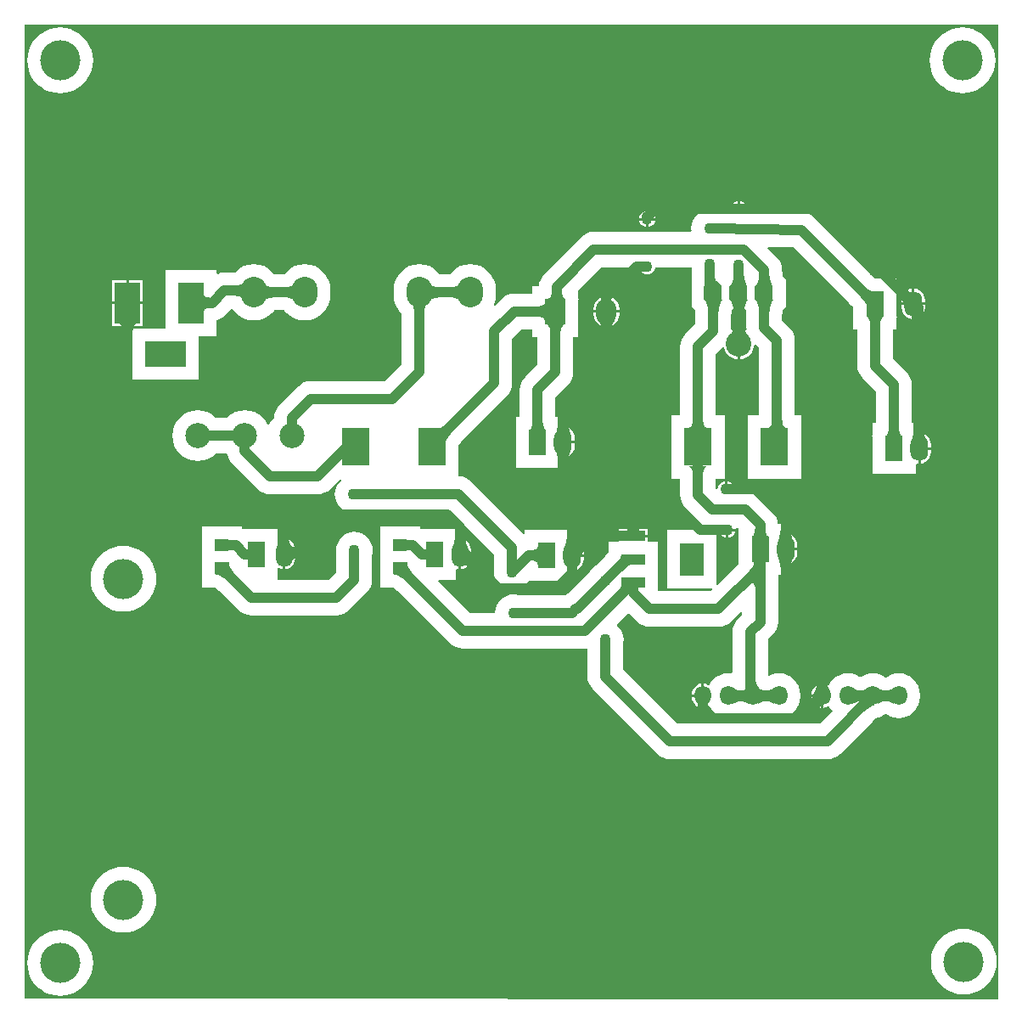
<source format=gtl>
G04*
G04 #@! TF.GenerationSoftware,Altium Limited,Altium Designer,18.0.7 (293)*
G04*
G04 Layer_Physical_Order=1*
G04 Layer_Color=16776960*
%FSLAX44Y44*%
%MOMM*%
G71*
G01*
G75*
%ADD18R,2.7940X3.8100*%
%ADD19R,1.3970X1.2700*%
%ADD20R,2.4000X3.3000*%
%ADD21R,2.4000X1.0000*%
%ADD41C,1.0000*%
%ADD42C,4.0000*%
%ADD43C,2.5000*%
%ADD44R,1.7780X2.5400*%
%ADD45O,1.7780X2.5400*%
%ADD46R,1.6510X2.5400*%
%ADD47O,1.6510X2.5400*%
G04:AMPARAMS|DCode=48|XSize=1.778mm|YSize=2.286mm|CornerRadius=0mm|HoleSize=0mm|Usage=FLASHONLY|Rotation=180.000|XOffset=0mm|YOffset=0mm|HoleType=Round|Shape=Octagon|*
%AMOCTAGOND48*
4,1,8,0.4445,-1.1430,-0.4445,-1.1430,-0.8890,-0.6985,-0.8890,0.6985,-0.4445,1.1430,0.4445,1.1430,0.8890,0.6985,0.8890,-0.6985,0.4445,-1.1430,0.0*
%
%ADD48OCTAGOND48*%

%ADD49C,2.5400*%
%ADD50O,1.6510X1.9050*%
%ADD51R,4.0640X2.5400*%
%ADD52R,2.5400X4.0640*%
%ADD53O,2.5400X3.0480*%
%ADD54O,2.0320X2.5400*%
%ADD55R,2.0320X2.5400*%
%ADD56C,1.1000*%
G36*
X985677Y14341D02*
X984779Y13443D01*
X14323Y14310D01*
X14323Y985677D01*
X985677D01*
Y14341D01*
D02*
G37*
%LPC*%
G36*
X950000Y982801D02*
X944869Y982397D01*
X939864Y981196D01*
X935109Y979226D01*
X930720Y976537D01*
X926806Y973194D01*
X923463Y969280D01*
X920774Y964891D01*
X918804Y960136D01*
X917603Y955131D01*
X917199Y950000D01*
X917603Y944869D01*
X918804Y939864D01*
X920774Y935109D01*
X923463Y930720D01*
X926806Y926806D01*
X930720Y923463D01*
X935109Y920774D01*
X939864Y918804D01*
X944869Y917603D01*
X950000Y917199D01*
X955131Y917603D01*
X960136Y918804D01*
X964891Y920774D01*
X969280Y923463D01*
X973194Y926806D01*
X976537Y930720D01*
X979226Y935109D01*
X981196Y939864D01*
X982397Y944869D01*
X982801Y950000D01*
X982397Y955131D01*
X981196Y960136D01*
X979226Y964891D01*
X976537Y969280D01*
X973194Y973194D01*
X969280Y976537D01*
X964891Y979226D01*
X960136Y981196D01*
X955131Y982397D01*
X950000Y982801D01*
D02*
G37*
G36*
X50000D02*
X44869Y982397D01*
X39864Y981196D01*
X35109Y979226D01*
X30720Y976537D01*
X26806Y973194D01*
X23463Y969280D01*
X20774Y964891D01*
X18804Y960136D01*
X17603Y955131D01*
X17199Y950000D01*
X17603Y944869D01*
X18804Y939864D01*
X20774Y935109D01*
X23463Y930720D01*
X26806Y926806D01*
X30720Y923463D01*
X35109Y920774D01*
X39864Y918804D01*
X44869Y917603D01*
X50000Y917199D01*
X55131Y917603D01*
X60136Y918804D01*
X64891Y920774D01*
X69280Y923463D01*
X73194Y926806D01*
X76537Y930720D01*
X79226Y935109D01*
X81196Y939864D01*
X82397Y944869D01*
X82801Y950000D01*
X82397Y955131D01*
X81196Y960136D01*
X79226Y964891D01*
X76537Y969280D01*
X73194Y973194D01*
X69280Y976537D01*
X64891Y979226D01*
X60136Y981196D01*
X55131Y982397D01*
X50000Y982801D01*
D02*
G37*
G36*
X728310Y809799D02*
Y803127D01*
X734982D01*
X734873Y803956D01*
X734063Y805911D01*
X732774Y807591D01*
X731095Y808880D01*
X729139Y809690D01*
X728310Y809799D01*
D02*
G37*
G36*
X725770D02*
X724941Y809690D01*
X722985Y808880D01*
X721306Y807591D01*
X720017Y805911D01*
X719207Y803956D01*
X719098Y803127D01*
X725770D01*
Y809799D01*
D02*
G37*
G36*
X636870Y799639D02*
Y792967D01*
X643542D01*
X643433Y793796D01*
X642623Y795751D01*
X641334Y797431D01*
X639655Y798720D01*
X637699Y799530D01*
X636870Y799639D01*
D02*
G37*
G36*
X634330D02*
X633501Y799530D01*
X631545Y798720D01*
X629866Y797431D01*
X628577Y795751D01*
X627767Y793796D01*
X627658Y792967D01*
X634330D01*
Y799639D01*
D02*
G37*
G36*
X643542Y790427D02*
X636870D01*
Y783755D01*
X637699Y783864D01*
X639655Y784674D01*
X641334Y785963D01*
X642623Y787642D01*
X643433Y789598D01*
X643542Y790427D01*
D02*
G37*
G36*
X634330D02*
X627658D01*
X627767Y789598D01*
X628577Y787642D01*
X629866Y785963D01*
X631545Y784674D01*
X633501Y783864D01*
X634330Y783755D01*
Y790427D01*
D02*
G37*
G36*
X697830Y801095D02*
X694262Y800743D01*
X690831Y799703D01*
X687670Y798013D01*
X684898Y795738D01*
X682624Y792967D01*
X680934Y789805D01*
X679893Y786375D01*
X679542Y782807D01*
X679791Y780273D01*
X678689Y779002D01*
X582260D01*
X582260Y779003D01*
X578790Y778661D01*
X575454Y777649D01*
X572379Y776005D01*
X569683Y773793D01*
X569683Y773793D01*
X532854Y736963D01*
X530642Y734268D01*
X528998Y731193D01*
X527986Y727857D01*
X527707Y725022D01*
X521300D01*
Y717407D01*
X502885D01*
X502885Y717408D01*
X499415Y717066D01*
X496079Y716054D01*
X493004Y714410D01*
X490308Y712198D01*
X490308Y712198D01*
X483615Y705504D01*
X482594Y706261D01*
X482650Y706365D01*
X484102Y711152D01*
X484593Y716132D01*
Y721212D01*
X484102Y726191D01*
X482650Y730979D01*
X480291Y735392D01*
X477117Y739259D01*
X473250Y742433D01*
X468837Y744792D01*
X464049Y746244D01*
X459070Y746735D01*
X454091Y746244D01*
X449303Y744792D01*
X444890Y742433D01*
X441022Y739259D01*
X439760Y737721D01*
X439751Y737714D01*
X439699Y737647D01*
X439040Y736843D01*
X438779Y736581D01*
X438154Y736517D01*
X436355Y736478D01*
X436218Y736457D01*
X431121D01*
X430985Y736478D01*
X428995Y736521D01*
X428591Y736550D01*
X428300Y736843D01*
X427640Y737647D01*
X427589Y737714D01*
X427580Y737721D01*
X426317Y739259D01*
X422450Y742433D01*
X418037Y744792D01*
X413249Y746244D01*
X408270Y746735D01*
X403291Y746244D01*
X398503Y744792D01*
X394090Y742433D01*
X390223Y739259D01*
X387048Y735392D01*
X384690Y730979D01*
X383237Y726191D01*
X382747Y721212D01*
Y716132D01*
X383237Y711152D01*
X384690Y706365D01*
X387048Y701952D01*
X387900Y700915D01*
X388017Y700704D01*
X388375Y700335D01*
X390223Y698084D01*
X390277Y698040D01*
X390421Y696429D01*
X390463Y694247D01*
X390484Y694104D01*
Y646664D01*
X374233Y630412D01*
X300320D01*
X296850Y630071D01*
X293514Y629059D01*
X290439Y627415D01*
X287743Y625203D01*
X287743Y625203D01*
X268703Y606163D01*
X266492Y603468D01*
X264848Y600393D01*
X263836Y597057D01*
X263517Y593819D01*
X263375Y593702D01*
X260225Y589865D01*
X258500Y586637D01*
X257060D01*
X255334Y589865D01*
X252185Y593702D01*
X248348Y596851D01*
X243970Y599191D01*
X239220Y600632D01*
X234280Y601119D01*
X229340Y600632D01*
X224590Y599191D01*
X220212Y596851D01*
X216374Y593702D01*
X216276Y593582D01*
X205283D01*
X205185Y593702D01*
X201348Y596851D01*
X196970Y599191D01*
X192220Y600632D01*
X187280Y601119D01*
X182340Y600632D01*
X177590Y599191D01*
X173212Y596851D01*
X169375Y593702D01*
X166225Y589865D01*
X163885Y585487D01*
X162444Y580737D01*
X161958Y575797D01*
X162444Y570857D01*
X163885Y566106D01*
X166225Y561729D01*
X169375Y557892D01*
X173212Y554742D01*
X177590Y552402D01*
X182340Y550961D01*
X187280Y550475D01*
X192220Y550961D01*
X196970Y552402D01*
X201348Y554742D01*
X205185Y557892D01*
X205283Y558011D01*
X216276D01*
X216374Y557892D01*
X216790Y557550D01*
X216836Y557087D01*
X217848Y553750D01*
X219492Y550676D01*
X221703Y547980D01*
X247104Y522580D01*
X249799Y520369D01*
X252874Y518725D01*
X256210Y517713D01*
X259680Y517371D01*
X306670D01*
X310140Y517713D01*
X313476Y518725D01*
X316551Y520369D01*
X319246Y522580D01*
X329229Y532563D01*
X329923Y532464D01*
X330297Y531128D01*
X329298Y530308D01*
X327024Y527537D01*
X325334Y524375D01*
X324293Y520945D01*
X323942Y517377D01*
X324293Y513809D01*
X325334Y510378D01*
X327024Y507216D01*
X329298Y504445D01*
X332070Y502171D01*
X335231Y500481D01*
X338662Y499440D01*
X342230Y499089D01*
X345798Y499440D01*
X346296Y499591D01*
X440273D01*
X483194Y456670D01*
Y443972D01*
X483043Y443475D01*
X482692Y439907D01*
X483043Y436339D01*
X484084Y432908D01*
X485774Y429747D01*
X488048Y426975D01*
X490820Y424701D01*
X493981Y423011D01*
X497412Y421970D01*
X500980Y421619D01*
X504548Y421970D01*
X507978Y423011D01*
X511140Y424701D01*
X513912Y426975D01*
X516186Y429747D01*
X516431Y430205D01*
X517294Y431068D01*
X556860D01*
Y438637D01*
X555670D01*
X555571Y445421D01*
X559400D01*
Y456468D01*
Y463685D01*
X552445D01*
X553058Y464910D01*
X553606Y466173D01*
X554090Y467474D01*
X554509Y468813D01*
X555154Y471603D01*
X555380Y473054D01*
X555638Y476071D01*
X555670Y477635D01*
X556860D01*
Y481868D01*
X513680D01*
Y478285D01*
X512410Y477760D01*
X460216Y529953D01*
X457521Y532165D01*
X454446Y533809D01*
X451110Y534821D01*
X447640Y535162D01*
X447370D01*
Y565274D01*
X447418Y565634D01*
X447370Y566012D01*
Y566900D01*
X449437Y569370D01*
X450939Y570931D01*
X450972Y570975D01*
X451015Y571010D01*
X451086Y571108D01*
X495776Y615798D01*
X497988Y618494D01*
X499632Y621568D01*
X500644Y624905D01*
X500985Y628375D01*
Y672570D01*
X510252Y681836D01*
X521300D01*
Y674222D01*
X526374D01*
Y646664D01*
X513803Y634093D01*
X511592Y631398D01*
X509948Y628323D01*
X508936Y624987D01*
X508594Y621517D01*
Y594847D01*
X504790D01*
Y582717D01*
X504711Y582116D01*
X504790Y581516D01*
Y544047D01*
X547970D01*
Y548279D01*
X546780D01*
X546748Y549844D01*
X546490Y552860D01*
X546264Y554312D01*
X545619Y557102D01*
X545200Y558441D01*
X544716Y559741D01*
X544168Y561004D01*
X543555Y562230D01*
X550510D01*
Y569447D01*
Y576664D01*
X543555D01*
X544168Y577889D01*
X544716Y579152D01*
X545200Y580453D01*
X545619Y581792D01*
X546264Y584582D01*
X546490Y586033D01*
X546748Y589050D01*
X546780Y590615D01*
X547970D01*
Y594847D01*
X544165D01*
Y614150D01*
X556736Y626720D01*
X556736Y626720D01*
X558948Y629416D01*
X560592Y632491D01*
X561604Y635827D01*
X561945Y639297D01*
Y674222D01*
X567020D01*
Y711704D01*
X567099Y712312D01*
X567020Y712905D01*
Y720824D01*
X589627Y743431D01*
X627659D01*
X627767Y742608D01*
X628577Y740652D01*
X629866Y738973D01*
X631545Y737684D01*
X633501Y736874D01*
X635600Y736597D01*
X637699Y736874D01*
X639655Y737684D01*
X641334Y738973D01*
X642623Y740652D01*
X643433Y742608D01*
X643541Y743431D01*
X679968D01*
X680044Y743181D01*
Y735275D01*
X680020Y735098D01*
X679989Y725621D01*
X679985Y725466D01*
X680044Y724896D01*
Y721847D01*
X680050Y721789D01*
Y712152D01*
X679997Y711883D01*
X680024Y711474D01*
X679971Y711067D01*
X680050Y710466D01*
Y704702D01*
X683544Y701208D01*
X683579Y701005D01*
X683803Y698456D01*
X683833Y696953D01*
X683854Y696812D01*
Y687304D01*
X673553Y677003D01*
X671342Y674308D01*
X669698Y671233D01*
X668686Y667897D01*
X668344Y664427D01*
Y596371D01*
X659460D01*
Y532871D01*
X668344D01*
Y516377D01*
X668686Y512907D01*
X669698Y509571D01*
X671342Y506496D01*
X673553Y503800D01*
X687793Y489561D01*
X687794Y489560D01*
X690489Y487349D01*
X693564Y485705D01*
X696900Y484693D01*
X700370Y484351D01*
X700370Y484351D01*
X706673D01*
X707663Y483087D01*
X723557D01*
X724546Y484351D01*
X726023D01*
X726638Y483736D01*
Y476088D01*
X726559Y475487D01*
X726638Y474887D01*
Y448147D01*
X705713Y427223D01*
X704540Y427709D01*
Y481807D01*
X655140D01*
Y423407D01*
X700238D01*
X700724Y422234D01*
X699353Y420862D01*
X646540D01*
Y434907D01*
Y470307D01*
X636380D01*
Y474337D01*
X621840D01*
X607300D01*
Y470307D01*
X597140D01*
Y460058D01*
X594707Y457246D01*
X593632Y456144D01*
X593535Y456015D01*
X583988Y446468D01*
X583530Y446223D01*
X580758Y443948D01*
X578484Y441177D01*
X578239Y440718D01*
X556289Y418768D01*
X554599Y417865D01*
X553609Y417052D01*
X506315D01*
X505818Y417203D01*
X502250Y417555D01*
X498682Y417203D01*
X495251Y416163D01*
X492090Y414473D01*
X489318Y412198D01*
X487044Y409427D01*
X485354Y406265D01*
X484313Y402835D01*
X483962Y399272D01*
X458817D01*
X426925Y431165D01*
X427411Y432338D01*
X444465D01*
Y442307D01*
X445521Y443012D01*
X446092Y442776D01*
X447640Y442572D01*
Y457738D01*
Y465345D01*
X441275D01*
X441775Y466367D01*
X442223Y467458D01*
X442619Y468620D01*
X442961Y469852D01*
X443488Y472526D01*
X443673Y473969D01*
X443884Y477065D01*
X443910Y478719D01*
X444465D01*
Y483138D01*
X408905D01*
Y485627D01*
X369535D01*
Y447527D01*
Y438430D01*
X369476Y438121D01*
X369480Y438065D01*
X369470Y438009D01*
X369535Y437235D01*
Y424667D01*
X381232D01*
X381541Y424608D01*
X382054Y424579D01*
X382079Y424572D01*
X382297Y424489D01*
X382670Y424309D01*
X383192Y424005D01*
X383699Y423661D01*
X385634Y422074D01*
X386688Y421066D01*
X386797Y420987D01*
X438873Y368910D01*
X441569Y366699D01*
X444644Y365055D01*
X447980Y364043D01*
X451450Y363701D01*
X573720D01*
X574963Y363824D01*
X575904Y362971D01*
Y335767D01*
X576246Y332297D01*
X577258Y328960D01*
X578902Y325886D01*
X581114Y323190D01*
X645883Y258421D01*
X645883Y258420D01*
X648579Y256209D01*
X651654Y254565D01*
X654990Y253553D01*
X658460Y253211D01*
X658460Y253211D01*
X815286D01*
X818756Y253553D01*
X822092Y254565D01*
X825167Y256209D01*
X827862Y258420D01*
X860364Y290922D01*
X860487Y291013D01*
X861516Y292011D01*
X863361Y293617D01*
X863903Y294030D01*
X864401Y294369D01*
X864711Y294553D01*
X864731Y294559D01*
X864894Y294575D01*
X865803Y294851D01*
X866528Y294996D01*
X866921Y295190D01*
X868844Y295773D01*
X871101Y296980D01*
X871782Y297262D01*
X872134Y297532D01*
X872484Y297719D01*
X872658Y297862D01*
X872937Y298015D01*
X873102Y298135D01*
X873191Y298167D01*
X873558Y298271D01*
X873613Y298283D01*
X873668Y298271D01*
X874034Y298167D01*
X874124Y298135D01*
X874288Y298015D01*
X874567Y297862D01*
X874742Y297719D01*
X875092Y297532D01*
X875444Y297262D01*
X876125Y296980D01*
X878382Y295773D01*
X882332Y294575D01*
X886440Y294170D01*
X890548Y294575D01*
X894498Y295773D01*
X898138Y297719D01*
X901329Y300338D01*
X903948Y303528D01*
X905893Y307169D01*
X907092Y311119D01*
X907496Y315227D01*
Y317767D01*
X907092Y321875D01*
X905893Y325825D01*
X903948Y329465D01*
X901329Y332656D01*
X898138Y335275D01*
X894498Y337220D01*
X890548Y338419D01*
X886440Y338823D01*
X882332Y338419D01*
X878382Y337220D01*
X876125Y336014D01*
X875444Y335732D01*
X875092Y335462D01*
X874742Y335275D01*
X874567Y335132D01*
X874288Y334979D01*
X874124Y334859D01*
X874034Y334826D01*
X873668Y334723D01*
X873613Y334711D01*
X873558Y334723D01*
X873191Y334826D01*
X873102Y334859D01*
X872937Y334979D01*
X872658Y335132D01*
X872484Y335275D01*
X872134Y335462D01*
X871782Y335732D01*
X871101Y336014D01*
X868844Y337220D01*
X864894Y338419D01*
X860786Y338823D01*
X856678Y338419D01*
X852728Y337220D01*
X850471Y336014D01*
X849790Y335732D01*
X849438Y335462D01*
X849088Y335275D01*
X848913Y335132D01*
X848634Y334979D01*
X848470Y334859D01*
X848380Y334826D01*
X848340Y334815D01*
X848299Y334826D01*
X848210Y334859D01*
X848045Y334979D01*
X847766Y335132D01*
X847592Y335275D01*
X847242Y335462D01*
X846890Y335732D01*
X846209Y336014D01*
X843952Y337220D01*
X840002Y338419D01*
X835894Y338823D01*
X831786Y338419D01*
X827836Y337220D01*
X824196Y335275D01*
X821005Y332656D01*
X818386Y329465D01*
X817203Y327251D01*
X815962Y326983D01*
X815840Y327076D01*
X815899Y326738D01*
X816531Y324204D01*
X816926Y323042D01*
X817374Y321951D01*
X817875Y320929D01*
X811510D01*
Y316497D01*
Y307632D01*
X811852Y307121D01*
X811510Y307065D01*
Y304506D01*
X813058Y304710D01*
X815684Y305797D01*
X815962Y306010D01*
X817203Y305742D01*
X818386Y303528D01*
X820315Y301178D01*
X807919Y288782D01*
X665827D01*
X611475Y343134D01*
Y368531D01*
X611627Y369029D01*
X611978Y372597D01*
X611627Y376165D01*
X610586Y379595D01*
X608896Y382757D01*
X606622Y385528D01*
X605316Y386600D01*
X605254Y387868D01*
X616725Y399339D01*
X625564Y390500D01*
X628259Y388289D01*
X631334Y386645D01*
X634670Y385633D01*
X638140Y385291D01*
X706720D01*
X710190Y385633D01*
X713526Y386645D01*
X716601Y388289D01*
X719296Y390500D01*
X729269Y400473D01*
X730442Y399987D01*
Y397342D01*
X725893Y392793D01*
X723682Y390098D01*
X722038Y387023D01*
X721026Y383687D01*
X720684Y380217D01*
Y339689D01*
X719414Y338537D01*
X716514Y338823D01*
X712406Y338419D01*
X708456Y337220D01*
X704816Y335275D01*
X701625Y332656D01*
X699006Y329465D01*
X697823Y327251D01*
X696581Y326983D01*
X696304Y327196D01*
X693678Y328284D01*
X692130Y328488D01*
Y316497D01*
Y304506D01*
X693678Y304710D01*
X696304Y305797D01*
X696581Y306010D01*
X697823Y305742D01*
X699006Y303528D01*
X701625Y300338D01*
X704816Y297719D01*
X708456Y295773D01*
X712406Y294575D01*
X716514Y294170D01*
X720622Y294575D01*
X724572Y295773D01*
X726829Y296980D01*
X727510Y297262D01*
X727862Y297532D01*
X728212Y297719D01*
X728386Y297862D01*
X728665Y298015D01*
X728830Y298135D01*
X728919Y298167D01*
X728960Y298179D01*
X729000Y298167D01*
X729090Y298135D01*
X729254Y298015D01*
X729533Y297862D01*
X729708Y297719D01*
X730058Y297532D01*
X730410Y297262D01*
X731091Y296980D01*
X733348Y295773D01*
X737298Y294575D01*
X741406Y294170D01*
X745514Y294575D01*
X749464Y295773D01*
X751721Y296980D01*
X752402Y297262D01*
X752754Y297532D01*
X753104Y297719D01*
X753278Y297862D01*
X753557Y298015D01*
X753722Y298135D01*
X753811Y298167D01*
X754178Y298271D01*
X754233Y298283D01*
X754288Y298271D01*
X754654Y298167D01*
X754744Y298135D01*
X754908Y298015D01*
X755187Y297862D01*
X755362Y297719D01*
X755712Y297532D01*
X756064Y297262D01*
X756745Y296980D01*
X759002Y295773D01*
X762952Y294575D01*
X767060Y294170D01*
X771168Y294575D01*
X775118Y295773D01*
X778758Y297719D01*
X781949Y300338D01*
X784568Y303528D01*
X786514Y307169D01*
X787712Y311119D01*
X788116Y315227D01*
Y317767D01*
X787712Y321875D01*
X786514Y325825D01*
X784568Y329465D01*
X781949Y332656D01*
X778758Y335275D01*
X775118Y337220D01*
X771168Y338419D01*
X767060Y338823D01*
X762952Y338419D01*
X759002Y337220D01*
X757525Y336431D01*
X756255Y337192D01*
Y372850D01*
X760804Y377398D01*
X760804Y377398D01*
X763016Y380094D01*
X764660Y383168D01*
X765672Y386505D01*
X766013Y389975D01*
Y437418D01*
X769818D01*
Y441650D01*
X768628D01*
X768596Y443215D01*
X768338Y446231D01*
X768112Y447683D01*
X767467Y450473D01*
X767048Y451811D01*
X766564Y453112D01*
X766016Y454375D01*
X765403Y455601D01*
X772358D01*
Y462818D01*
Y470035D01*
X765403D01*
X766016Y471260D01*
X766564Y472523D01*
X767048Y473824D01*
X767467Y475163D01*
X768112Y477953D01*
X768338Y479404D01*
X768596Y482421D01*
X768628Y483985D01*
X769818D01*
Y488218D01*
X765923D01*
X765672Y490769D01*
X764660Y494105D01*
X763016Y497180D01*
X760804Y499875D01*
X745966Y514713D01*
X743271Y516925D01*
X740196Y518569D01*
X736860Y519581D01*
X733390Y519922D01*
X723276D01*
X722287Y521187D01*
X714340D01*
Y522457D01*
X713070D01*
Y530399D01*
X712241Y530290D01*
X710285Y529480D01*
X708606Y528191D01*
X707317Y526511D01*
X706507Y524556D01*
X706320Y523136D01*
X704979Y522680D01*
X703915Y523744D01*
Y532871D01*
X712800D01*
Y596371D01*
X703915D01*
Y657060D01*
X710813Y663957D01*
X712225Y663574D01*
X712892Y661376D01*
X714307Y658729D01*
X716211Y656408D01*
X718532Y654504D01*
X721180Y653089D01*
X724052Y652217D01*
X725770Y652048D01*
Y667237D01*
Y676306D01*
X718150D01*
X718889Y677095D01*
X719550Y677936D01*
X720134Y678828D01*
X720639Y679773D01*
X721067Y680769D01*
X721283Y681416D01*
X721180Y681385D01*
X720515Y681030D01*
X719426Y681683D01*
Y696606D01*
X719439Y696681D01*
X719574Y699972D01*
X719673Y700842D01*
X719736Y701208D01*
X721618Y703090D01*
X721422Y704225D01*
X721075Y705672D01*
X720650Y706997D01*
X720149Y708199D01*
X719570Y709278D01*
X718914Y710234D01*
X718180Y711067D01*
X725770D01*
Y718037D01*
X728310D01*
Y711067D01*
X735899D01*
X735166Y710234D01*
X734510Y709278D01*
X733931Y708199D01*
X733429Y706997D01*
X733005Y705672D01*
X732657Y704225D01*
X732462Y703090D01*
X734344Y701208D01*
X734379Y701005D01*
X734603Y698456D01*
X734633Y696953D01*
X734654Y696812D01*
Y683747D01*
X734848Y681784D01*
X733650Y680984D01*
X732900Y681385D01*
X732796Y681416D01*
X733012Y680769D01*
X733440Y679773D01*
X733946Y678828D01*
X734529Y677936D01*
X735191Y677095D01*
X735930Y676306D01*
X728310D01*
Y667237D01*
Y652048D01*
X730027Y652217D01*
X732900Y653089D01*
X735548Y654504D01*
X737868Y656408D01*
X739773Y658729D01*
X741188Y661376D01*
X742059Y664249D01*
X742322Y666916D01*
X743485Y667549D01*
X747354Y663680D01*
Y596371D01*
X735660D01*
Y532871D01*
X789000D01*
Y596371D01*
X782925D01*
Y671047D01*
X782925Y671047D01*
X782584Y674517D01*
X781572Y677853D01*
X779928Y680928D01*
X777716Y683623D01*
X770226Y691114D01*
Y696606D01*
X770239Y696681D01*
X770374Y699972D01*
X770473Y700842D01*
X770536Y701208D01*
X774030Y704702D01*
Y710466D01*
X774109Y711067D01*
X774055Y711474D01*
X774083Y711883D01*
X774030Y712152D01*
Y723921D01*
X774083Y724191D01*
X774055Y724600D01*
X774109Y725007D01*
X774030Y725607D01*
Y731372D01*
X770536Y734866D01*
X770501Y735069D01*
X770277Y737617D01*
X770247Y739121D01*
X770226Y739262D01*
Y740897D01*
X769884Y744367D01*
X768872Y747703D01*
X767228Y750778D01*
X765016Y753473D01*
X755649Y762841D01*
X756146Y764009D01*
X781483Y763536D01*
X837612Y707407D01*
X837679Y707314D01*
X837731Y707271D01*
X837771Y707218D01*
X839387Y705539D01*
X840539Y704231D01*
X841340Y703217D01*
Y702310D01*
X841291Y701935D01*
X841340Y701571D01*
Y695173D01*
X841261Y694572D01*
X841340Y693971D01*
Y681842D01*
X845144D01*
Y645647D01*
X845486Y642177D01*
X846498Y638840D01*
X848142Y635766D01*
X850353Y633070D01*
X863792Y619632D01*
Y588497D01*
X859988D01*
Y576367D01*
X859909Y575766D01*
X859988Y575165D01*
Y537697D01*
X903168D01*
Y547273D01*
X904438Y548093D01*
X905708Y547925D01*
Y563097D01*
Y570999D01*
X898753Y570314D01*
X899201Y571240D01*
X899602Y572254D01*
X899955Y573357D01*
X900261Y574548D01*
X900733Y577196D01*
X900898Y578652D01*
X901086Y581830D01*
X901110Y583552D01*
X903168Y583797D01*
Y588497D01*
X899363D01*
Y626999D01*
X899022Y630469D01*
X898010Y633805D01*
X896366Y636880D01*
X894154Y639575D01*
X880715Y653014D01*
Y681842D01*
X884520D01*
Y693971D01*
X884599Y694572D01*
X884520Y695173D01*
Y732642D01*
X864753D01*
X864378Y732690D01*
X864014Y732642D01*
X863055D01*
X861113Y734304D01*
X859171Y736184D01*
X859049Y736275D01*
X801564Y793761D01*
X800344Y794762D01*
X799143Y795785D01*
X798997Y795867D01*
X798868Y795973D01*
X797477Y796717D01*
X796099Y797486D01*
X795941Y797538D01*
X795794Y797616D01*
X794283Y798074D01*
X792783Y798560D01*
X792617Y798580D01*
X792457Y798628D01*
X790887Y798783D01*
X789320Y798967D01*
X735855Y799966D01*
X735322Y800587D01*
X718424D01*
X718165Y800297D01*
X702521Y800589D01*
X702354Y800576D01*
X702188Y800592D01*
X701896D01*
X701398Y800743D01*
X697830Y801095D01*
D02*
G37*
G36*
X293970Y746735D02*
X288991Y746244D01*
X284203Y744792D01*
X279790Y742433D01*
X275923Y739259D01*
X274660Y737721D01*
X274650Y737714D01*
X274599Y737647D01*
X273940Y736843D01*
X273679Y736581D01*
X273054Y736517D01*
X271255Y736478D01*
X271119Y736457D01*
X266021D01*
X265885Y736478D01*
X263895Y736521D01*
X263491Y736550D01*
X263200Y736843D01*
X262540Y737647D01*
X262489Y737714D01*
X262480Y737721D01*
X261217Y739259D01*
X257350Y742433D01*
X252937Y744792D01*
X248149Y746244D01*
X243170Y746735D01*
X238191Y746244D01*
X233403Y744792D01*
X228990Y742433D01*
X227093Y740876D01*
X226965Y740805D01*
X226754Y740598D01*
X225123Y739259D01*
X224567Y738582D01*
X222928Y738423D01*
X221000Y738384D01*
X220861Y738362D01*
X213960D01*
X213960Y738363D01*
X210490Y738021D01*
X207610Y737147D01*
X206340Y737859D01*
Y741376D01*
X155540D01*
Y682955D01*
X122855D01*
X122640Y681666D01*
X122520Y680306D01*
Y632155D01*
X188560D01*
Y675335D01*
X206340D01*
Y691255D01*
X208545Y691924D01*
X211620Y693567D01*
X214315Y695779D01*
X220501Y701965D01*
X221560Y701956D01*
X222100Y701768D01*
X225123Y698084D01*
X228990Y694910D01*
X233403Y692552D01*
X238191Y691099D01*
X243170Y690609D01*
X248149Y691099D01*
X252937Y692552D01*
X257350Y694910D01*
X261217Y698084D01*
X262480Y699623D01*
X262489Y699630D01*
X262540Y699697D01*
X263200Y700500D01*
X263461Y700762D01*
X264086Y700826D01*
X265885Y700865D01*
X266021Y700886D01*
X271119D01*
X271255Y700865D01*
X273245Y700822D01*
X273649Y700793D01*
X273940Y700500D01*
X274599Y699697D01*
X274650Y699630D01*
X274660Y699623D01*
X275923Y698084D01*
X279790Y694910D01*
X284203Y692552D01*
X288991Y691099D01*
X293970Y690609D01*
X298949Y691099D01*
X303737Y692552D01*
X308150Y694910D01*
X312017Y698084D01*
X315191Y701952D01*
X317550Y706365D01*
X319002Y711152D01*
X319493Y716132D01*
Y721212D01*
X319002Y726191D01*
X317550Y730979D01*
X315191Y735392D01*
X312017Y739259D01*
X308150Y742433D01*
X303737Y744792D01*
X298949Y746244D01*
X293970Y746735D01*
D02*
G37*
G36*
X899760Y722413D02*
X898046Y722188D01*
X895266Y721036D01*
X895077Y720891D01*
X895127Y720849D01*
X896673Y719796D01*
X898060Y719043D01*
X899288Y718588D01*
X899760Y718520D01*
Y722413D01*
D02*
G37*
G36*
X132680Y731216D02*
X118710D01*
Y709625D01*
X132680D01*
Y731216D01*
D02*
G37*
G36*
X116170D02*
X102200D01*
Y709625D01*
X116170D01*
Y731216D01*
D02*
G37*
G36*
X902300Y722413D02*
Y719375D01*
X902613Y719768D01*
X902300Y719223D01*
Y708512D01*
X912559D01*
Y711052D01*
X912166Y714036D01*
X911014Y716816D01*
X909182Y719204D01*
X906794Y721036D01*
X904014Y722188D01*
X902300Y722413D01*
D02*
G37*
G36*
X899760Y714804D02*
X896143Y708512D01*
X899760D01*
Y714804D01*
D02*
G37*
G36*
X889513Y711139D02*
X889501Y711052D01*
Y708512D01*
X891294D01*
X890934Y709140D01*
X889837Y710731D01*
X889513Y711139D01*
D02*
G37*
G36*
X899760Y705972D02*
X894684D01*
X892314Y701849D01*
X892704Y702796D01*
X892846Y703851D01*
X892740Y705012D01*
X892472Y705972D01*
X889501D01*
Y703432D01*
X889894Y700448D01*
X891046Y697667D01*
X892878Y695280D01*
X895266Y693448D01*
X898046Y692296D01*
X899760Y692070D01*
Y694387D01*
X899315Y695194D01*
X898667Y695875D01*
X897919Y696244D01*
X897072Y696300D01*
X896124Y696043D01*
X899760Y697550D01*
Y705972D01*
D02*
G37*
G36*
X596230Y714804D02*
Y700892D01*
X607769D01*
Y702162D01*
X607333Y705477D01*
X606053Y708567D01*
X604018Y711219D01*
X601365Y713255D01*
X598275Y714535D01*
X596230Y714804D01*
D02*
G37*
G36*
X593690D02*
X591645Y714535D01*
X588555Y713255D01*
X585902Y711219D01*
X583866Y708567D01*
X582587Y705477D01*
X582150Y702162D01*
Y700892D01*
X593690D01*
Y714804D01*
D02*
G37*
G36*
X912559Y705972D02*
X902300D01*
Y698602D01*
X909761Y701695D01*
X910017Y702340D01*
X910247Y702496D01*
X910449Y702162D01*
X910624Y701340D01*
X910773Y700029D01*
X910905Y697525D01*
X911014Y697667D01*
X912166Y700448D01*
X912559Y703432D01*
Y705972D01*
D02*
G37*
G36*
X607769Y698352D02*
X596230D01*
Y691427D01*
X603423D01*
X602765Y690536D01*
X602176Y689550D01*
X601657Y688470D01*
X601207Y687296D01*
X600826Y686027D01*
X600759Y685738D01*
X601365Y685988D01*
X604018Y688024D01*
X606053Y690677D01*
X607333Y693766D01*
X607769Y697082D01*
Y698352D01*
D02*
G37*
G36*
X593690D02*
X582150D01*
Y697082D01*
X582587Y693766D01*
X583866Y690677D01*
X585902Y688024D01*
X588555Y685988D01*
X589160Y685738D01*
X589094Y686027D01*
X588713Y687296D01*
X588263Y688470D01*
X587743Y689550D01*
X587155Y690536D01*
X586497Y691427D01*
X593690D01*
Y698352D01*
D02*
G37*
G36*
X132680Y707085D02*
X118710D01*
Y688066D01*
X127440D01*
X126490Y687966D01*
X125640Y687666D01*
X124890Y687166D01*
X124240Y686466D01*
X123690Y685566D01*
X123661Y685496D01*
X132680D01*
Y707085D01*
D02*
G37*
G36*
X116170D02*
X102200D01*
Y685496D01*
X111219D01*
X111190Y685566D01*
X110640Y686466D01*
X109990Y687166D01*
X109240Y687666D01*
X108390Y687966D01*
X107440Y688066D01*
X116170D01*
Y707085D01*
D02*
G37*
G36*
X557619Y583183D02*
X557941Y581792D01*
X558360Y580453D01*
X558844Y579152D01*
X559392Y577889D01*
X560005Y576664D01*
X553050D01*
Y570717D01*
X563308D01*
Y573257D01*
X562916Y576241D01*
X561764Y579021D01*
X559932Y581409D01*
X557619Y583183D01*
D02*
G37*
G36*
X911889Y577244D02*
X911927Y577068D01*
X912287Y575828D01*
X912712Y574686D01*
X913203Y573643D01*
X913758Y572699D01*
X914380Y571853D01*
X908248Y571249D01*
Y564367D01*
X918506D01*
Y566907D01*
X918114Y569891D01*
X916962Y572671D01*
X915130Y575059D01*
X912742Y576891D01*
X911889Y577244D01*
D02*
G37*
G36*
X563308Y568177D02*
X553050D01*
Y562230D01*
X560005D01*
X559392Y561004D01*
X558844Y559741D01*
X558360Y558441D01*
X557941Y557102D01*
X557619Y555710D01*
X559932Y557485D01*
X561764Y559873D01*
X562916Y562653D01*
X563308Y565637D01*
Y568177D01*
D02*
G37*
G36*
X918506Y561827D02*
X908248D01*
Y547925D01*
X909962Y548151D01*
X912742Y549303D01*
X915130Y551135D01*
X916962Y553522D01*
X918114Y556303D01*
X918506Y559287D01*
Y561827D01*
D02*
G37*
G36*
X715610Y530399D02*
Y523727D01*
X722282D01*
X722173Y524556D01*
X721363Y526511D01*
X720074Y528191D01*
X718394Y529480D01*
X716439Y530290D01*
X715610Y530399D01*
D02*
G37*
G36*
X636380Y483147D02*
X627352D01*
X627540Y482504D01*
X627848Y481799D01*
X628212Y481251D01*
X628632Y480859D01*
X629108Y480624D01*
X629640Y480546D01*
X623110D01*
Y476877D01*
X636380D01*
Y483147D01*
D02*
G37*
G36*
X616328D02*
X607300D01*
Y476877D01*
X620570D01*
Y480546D01*
X614039D01*
X614571Y480624D01*
X615048Y480859D01*
X615468Y481251D01*
X615832Y481799D01*
X616140Y482504D01*
X616328Y483147D01*
D02*
G37*
G36*
X723552Y480547D02*
X716880D01*
Y473875D01*
X717709Y473984D01*
X719665Y474794D01*
X721344Y476083D01*
X722633Y477762D01*
X723443Y479718D01*
X723552Y480547D01*
D02*
G37*
G36*
X714340D02*
X707668D01*
X707777Y479718D01*
X708587Y477762D01*
X709876Y476083D01*
X711555Y474794D01*
X713511Y473984D01*
X714340Y473875D01*
Y480547D01*
D02*
G37*
G36*
X566509Y470204D02*
X566544Y470055D01*
X566573Y470075D01*
X566624Y470116D01*
X566509Y470204D01*
D02*
G37*
G36*
X278136Y472009D02*
X278165Y471873D01*
X278511Y470650D01*
X278919Y469529D01*
X279390Y468509D01*
X279925Y467591D01*
X280521Y466774D01*
X279512Y466675D01*
X279735Y466446D01*
X280709Y465799D01*
X281928Y465252D01*
X283392Y464804D01*
X284215Y464636D01*
X284167Y465001D01*
X283079Y467627D01*
X281349Y469882D01*
X279094Y471612D01*
X278136Y472009D01*
D02*
G37*
G36*
X779467Y476554D02*
X779789Y475163D01*
X780208Y473824D01*
X780692Y472523D01*
X781240Y471260D01*
X781852Y470035D01*
X774898D01*
Y464088D01*
X785156D01*
Y466628D01*
X784764Y469612D01*
X783612Y472392D01*
X781780Y474780D01*
X779467Y476554D01*
D02*
G37*
G36*
X454510Y471492D02*
X454569Y471154D01*
X455201Y468620D01*
X455596Y467458D01*
X456044Y466367D01*
X456545Y465345D01*
X450180D01*
Y459008D01*
X454769D01*
X456545Y465345D01*
X456968Y464084D01*
X457468Y462834D01*
X458045Y461595D01*
X458699Y460367D01*
X459563Y459008D01*
X459798D01*
Y462183D01*
X459427Y465001D01*
X458339Y467627D01*
X456609Y469882D01*
X454510Y471492D01*
D02*
G37*
G36*
X278565Y466581D02*
X274920Y466222D01*
Y459008D01*
X279468D01*
X278565Y466581D01*
D02*
G37*
G36*
X572190Y460346D02*
X571863Y459957D01*
X570765Y458366D01*
X570405Y457738D01*
X572198D01*
Y460278D01*
X572190Y460346D01*
D02*
G37*
G36*
X562138Y463685D02*
X561940D01*
Y457738D01*
X565556D01*
X562138Y463685D01*
D02*
G37*
G36*
X572198Y455198D02*
X569228D01*
X568960Y454238D01*
X568854Y453077D01*
X568996Y452022D01*
X569386Y451075D01*
X567016Y455198D01*
X561940D01*
Y445421D01*
X565769D01*
X565750Y445353D01*
X565733Y445150D01*
X565695Y443725D01*
X565688Y442365D01*
X566434Y442674D01*
X568822Y444506D01*
X570654Y446894D01*
X571806Y449674D01*
X572198Y452658D01*
Y455198D01*
D02*
G37*
G36*
X785156Y461548D02*
X774898D01*
Y455601D01*
X781852D01*
X781240Y454375D01*
X780692Y453112D01*
X780208Y451811D01*
X779789Y450473D01*
X779467Y449081D01*
X781780Y450856D01*
X783612Y453243D01*
X784764Y456024D01*
X785156Y459008D01*
Y461548D01*
D02*
G37*
G36*
X454057Y456468D02*
X450180D01*
Y442572D01*
X451728Y442776D01*
X454354Y443863D01*
X456609Y445594D01*
X456762Y445793D01*
X455783Y446425D01*
X454560Y447013D01*
X453503Y447294D01*
X452613Y447267D01*
X451889Y446934D01*
X451331Y446293D01*
X450939Y445346D01*
X454057Y456468D01*
D02*
G37*
G36*
X279771D02*
X274920D01*
Y442572D01*
X276468Y442776D01*
X279094Y443863D01*
X281349Y445594D01*
X283079Y447849D01*
X284167Y450475D01*
X284530Y453235D01*
X284425Y453210D01*
X283175Y452761D01*
X282174Y452213D01*
X281422Y451565D01*
X280918Y450817D01*
X280664Y449969D01*
X280658Y449022D01*
X279771Y456468D01*
D02*
G37*
G36*
X113030Y465871D02*
X107899Y465467D01*
X102894Y464266D01*
X98139Y462296D01*
X93750Y459607D01*
X89836Y456264D01*
X86493Y452350D01*
X83804Y447961D01*
X81834Y443206D01*
X80633Y438201D01*
X80229Y433070D01*
X80633Y427939D01*
X81834Y422934D01*
X83804Y418179D01*
X86493Y413790D01*
X89836Y409876D01*
X93750Y406533D01*
X98139Y403844D01*
X102894Y401874D01*
X107899Y400673D01*
X113030Y400269D01*
X118161Y400673D01*
X123166Y401874D01*
X127921Y403844D01*
X132310Y406533D01*
X136224Y409876D01*
X139567Y413790D01*
X142256Y418179D01*
X144226Y422934D01*
X145427Y427939D01*
X145831Y433070D01*
X145427Y438201D01*
X144226Y443206D01*
X142256Y447961D01*
X139567Y452350D01*
X136224Y456264D01*
X132310Y459607D01*
X127921Y462296D01*
X123166Y464266D01*
X118161Y465467D01*
X113030Y465871D01*
D02*
G37*
G36*
X231105Y485627D02*
X191735D01*
Y447527D01*
Y438430D01*
X191676Y438121D01*
X191680Y438065D01*
X191670Y438009D01*
X191735Y437235D01*
Y424667D01*
X203432D01*
X203741Y424608D01*
X204254Y424579D01*
X204279Y424572D01*
X204497Y424489D01*
X204870Y424309D01*
X205392Y424005D01*
X205899Y423661D01*
X207834Y422074D01*
X208888Y421066D01*
X208997Y420987D01*
X228053Y401931D01*
X228053Y401930D01*
X230749Y399719D01*
X233824Y398075D01*
X237160Y397063D01*
X240630Y396721D01*
X240630Y396721D01*
X325720D01*
X329190Y397063D01*
X332526Y398075D01*
X335601Y399719D01*
X338296Y401930D01*
X356076Y419710D01*
X356076Y419710D01*
X358288Y422406D01*
X359932Y425480D01*
X360944Y428817D01*
X361286Y432287D01*
Y457431D01*
X361437Y457929D01*
X361788Y461497D01*
X361437Y465065D01*
X360396Y468495D01*
X358706Y471657D01*
X356432Y474428D01*
X353660Y476703D01*
X350498Y478393D01*
X347068Y479433D01*
X343500Y479785D01*
X339932Y479433D01*
X336501Y478393D01*
X333340Y476703D01*
X330568Y474428D01*
X328294Y471657D01*
X326604Y468495D01*
X325563Y465065D01*
X325212Y461497D01*
X325563Y457929D01*
X325714Y457431D01*
Y439654D01*
X318353Y432292D01*
X267916D01*
X266665Y432338D01*
Y443610D01*
X267804Y444172D01*
X268206Y443863D01*
X270832Y442776D01*
X272380Y442572D01*
Y457738D01*
Y465972D01*
X266015Y465345D01*
X266274Y465927D01*
X266506Y466649D01*
X266711Y467513D01*
X266888Y468517D01*
X267161Y470950D01*
X267197Y471603D01*
X266665Y471866D01*
Y483138D01*
X231770D01*
X231105Y483340D01*
Y485627D01*
D02*
G37*
G36*
X804610Y327054D02*
X802541Y325466D01*
X800810Y323211D01*
X799723Y320585D01*
X799352Y317767D01*
X801411D01*
X802136Y319511D01*
X802605Y320929D01*
X804723Y317767D01*
X808970D01*
Y320929D01*
X802605D01*
X803105Y321951D01*
X803553Y323042D01*
X803949Y324204D01*
X804291Y325436D01*
X804610Y327054D01*
D02*
G37*
G36*
X689590Y328488D02*
X688042Y328284D01*
X685416Y327196D01*
X683161Y325466D01*
X681431Y323211D01*
X680343Y320585D01*
X679972Y317767D01*
X689590D01*
Y328488D01*
D02*
G37*
G36*
X800190Y315227D02*
X799352D01*
X799501Y314091D01*
X800190Y315227D01*
D02*
G37*
G36*
X808970D02*
X806424D01*
X808970Y311425D01*
Y315227D01*
D02*
G37*
G36*
Y306278D02*
X808035Y305810D01*
X806973Y305180D01*
X806713Y305003D01*
X807422Y304710D01*
X808970Y304506D01*
Y306278D01*
D02*
G37*
G36*
X689590Y315227D02*
X679972D01*
X680343Y312409D01*
X681431Y309783D01*
X683161Y307528D01*
X685416Y305797D01*
X688042Y304710D01*
X689590Y304506D01*
Y315227D01*
D02*
G37*
G36*
X113030Y145831D02*
X107899Y145427D01*
X102894Y144226D01*
X98139Y142256D01*
X93750Y139567D01*
X89836Y136224D01*
X86493Y132310D01*
X83804Y127921D01*
X81834Y123166D01*
X80633Y118161D01*
X80229Y113030D01*
X80633Y107899D01*
X81834Y102894D01*
X83804Y98139D01*
X86493Y93750D01*
X89836Y89836D01*
X93750Y86493D01*
X98139Y83804D01*
X102894Y81834D01*
X107899Y80633D01*
X113030Y80229D01*
X118161Y80633D01*
X123166Y81834D01*
X127921Y83804D01*
X132310Y86493D01*
X136224Y89836D01*
X139567Y93750D01*
X142256Y98139D01*
X144226Y102894D01*
X145427Y107899D01*
X145831Y113030D01*
X145427Y118161D01*
X144226Y123166D01*
X142256Y127921D01*
X139567Y132310D01*
X136224Y136224D01*
X132310Y139567D01*
X127921Y142256D01*
X123166Y144226D01*
X118161Y145427D01*
X113030Y145831D01*
D02*
G37*
G36*
X951230Y84111D02*
X946099Y83707D01*
X941094Y82506D01*
X936339Y80536D01*
X931950Y77847D01*
X928036Y74504D01*
X924693Y70590D01*
X922004Y66201D01*
X920034Y61446D01*
X918833Y56441D01*
X918429Y51310D01*
X918833Y46179D01*
X920034Y41174D01*
X922004Y36419D01*
X924693Y32030D01*
X928036Y28116D01*
X931950Y24773D01*
X936339Y22084D01*
X941094Y20114D01*
X946099Y18913D01*
X951230Y18509D01*
X956361Y18913D01*
X961366Y20114D01*
X966121Y22084D01*
X970510Y24773D01*
X974424Y28116D01*
X977767Y32030D01*
X980456Y36419D01*
X982426Y41174D01*
X983627Y46179D01*
X984031Y51310D01*
X983627Y56441D01*
X982426Y61446D01*
X980456Y66201D01*
X977767Y70590D01*
X974424Y74504D01*
X970510Y77847D01*
X966121Y80536D01*
X961366Y82506D01*
X956361Y83707D01*
X951230Y84111D01*
D02*
G37*
G36*
X50000Y82801D02*
X44869Y82397D01*
X39864Y81196D01*
X35109Y79226D01*
X30720Y76537D01*
X26806Y73194D01*
X23463Y69280D01*
X20774Y64891D01*
X18804Y60136D01*
X17603Y55131D01*
X17199Y50000D01*
X17603Y44869D01*
X18804Y39864D01*
X20774Y35109D01*
X23463Y30720D01*
X26806Y26806D01*
X30720Y23463D01*
X35109Y20774D01*
X39864Y18804D01*
X44869Y17603D01*
X50000Y17199D01*
X55131Y17603D01*
X60136Y18804D01*
X64891Y20774D01*
X69280Y23463D01*
X73194Y26806D01*
X76537Y30720D01*
X79226Y35109D01*
X81196Y39864D01*
X82397Y44869D01*
X82801Y50000D01*
X82397Y55131D01*
X81196Y60136D01*
X79226Y64891D01*
X76537Y69280D01*
X73194Y73194D01*
X69280Y76537D01*
X64891Y79226D01*
X60136Y81196D01*
X55131Y82397D01*
X50000Y82801D01*
D02*
G37*
%LPD*%
G36*
X757478Y736927D02*
X757787Y733419D01*
X758057Y731849D01*
X758405Y730401D01*
X758829Y729077D01*
X759331Y727875D01*
X759910Y726796D01*
X760566Y725840D01*
X761299Y725007D01*
X743580D01*
X744314Y725840D01*
X744970Y726796D01*
X745549Y727875D01*
X746050Y729077D01*
X746475Y730401D01*
X746822Y731849D01*
X747093Y733419D01*
X747286Y735112D01*
X747440Y738866D01*
X757440D01*
X757478Y736927D01*
D02*
G37*
G36*
X732078D02*
X732387Y733419D01*
X732657Y731849D01*
X733005Y730401D01*
X733429Y729077D01*
X733931Y727875D01*
X734510Y726796D01*
X735166Y725840D01*
X735899Y725007D01*
X718180D01*
X718914Y725840D01*
X719570Y726796D01*
X720149Y727875D01*
X720650Y729077D01*
X721075Y730401D01*
X721422Y731849D01*
X721693Y733419D01*
X721886Y735112D01*
X722040Y738866D01*
X732040D01*
X732078Y736927D01*
D02*
G37*
G36*
X702880Y737040D02*
X703278Y733059D01*
X703626Y731475D01*
X704074Y730161D01*
X704622Y729118D01*
X705269Y728346D01*
X706016Y727845D01*
X706862Y727614D01*
X707808Y727654D01*
X692780Y725007D01*
X692790Y725116D01*
X692798Y725424D01*
X692830Y735056D01*
X702830Y739436D01*
X702880Y737040D01*
D02*
G37*
G36*
X550468Y720391D02*
X550777Y717191D01*
X551047Y715891D01*
X551395Y714791D01*
X551819Y713891D01*
X552321Y713191D01*
X552900Y712691D01*
X553556Y712391D01*
X554289Y712291D01*
X535430Y712261D01*
X536380Y712363D01*
X537230Y712665D01*
X537980Y713167D01*
X538630Y713870D01*
X539180Y714772D01*
X539630Y715876D01*
X539980Y717179D01*
X540230Y718683D01*
X540380Y720387D01*
X540430Y722291D01*
X550430D01*
X550468Y720391D01*
D02*
G37*
G36*
X448808Y708688D02*
X448686Y709635D01*
X448321Y710482D01*
X447712Y711230D01*
X446860Y711878D01*
X445764Y712426D01*
X444424Y712874D01*
X442841Y713223D01*
X441015Y713472D01*
X438945Y713622D01*
X436631Y713672D01*
Y723672D01*
X438945Y723722D01*
X442841Y724120D01*
X444424Y724469D01*
X445764Y724918D01*
X446860Y725466D01*
X447712Y726114D01*
X448321Y726862D01*
X448686Y727709D01*
X448808Y728656D01*
Y708688D01*
D02*
G37*
G36*
X418653Y727709D02*
X419019Y726862D01*
X419627Y726114D01*
X420480Y725466D01*
X421576Y724918D01*
X422915Y724469D01*
X424498Y724120D01*
X426325Y723871D01*
X428395Y723722D01*
X430709Y723672D01*
Y713672D01*
X428395Y713622D01*
X424498Y713223D01*
X422915Y712874D01*
X421576Y712426D01*
X420480Y711878D01*
X419627Y711230D01*
X419019Y710482D01*
X418653Y709635D01*
X418531Y708688D01*
Y728656D01*
X418653Y727709D01*
D02*
G37*
G36*
X852485Y724828D02*
X856394Y721483D01*
X858078Y720291D01*
X859582Y719421D01*
X860906Y718871D01*
X862050Y718642D01*
X863015Y718734D01*
X863799Y719147D01*
X864402Y719881D01*
X854101Y701959D01*
X854492Y702905D01*
X854639Y703956D01*
X854541Y705110D01*
X854198Y706368D01*
X853610Y707730D01*
X852778Y709196D01*
X851700Y710767D01*
X850378Y712441D01*
X848811Y714219D01*
X846999Y716101D01*
X850260Y726982D01*
X852485Y724828D01*
D02*
G37*
G36*
X760566Y710234D02*
X759910Y709278D01*
X759331Y708199D01*
X758829Y706997D01*
X758405Y705672D01*
X758057Y704225D01*
X757787Y702655D01*
X757594Y700962D01*
X757440Y697207D01*
X747440D01*
X747401Y699146D01*
X747093Y702655D01*
X746822Y704225D01*
X746475Y705672D01*
X746050Y706997D01*
X745549Y708199D01*
X744970Y709278D01*
X744314Y710234D01*
X743580Y711067D01*
X761299D01*
X760566Y710234D01*
D02*
G37*
G36*
X709766D02*
X709110Y709278D01*
X708531Y708199D01*
X708029Y706997D01*
X707605Y705672D01*
X707257Y704225D01*
X706987Y702655D01*
X706794Y700962D01*
X706640Y697207D01*
X696640D01*
X696601Y699146D01*
X696292Y702655D01*
X696022Y704225D01*
X695675Y705672D01*
X695250Y706997D01*
X694749Y708199D01*
X694170Y709278D01*
X693514Y710234D01*
X692780Y711067D01*
X710499D01*
X709766Y710234D01*
D02*
G37*
G36*
X417301Y708213D02*
X416455Y707797D01*
X415709Y707104D01*
X415061Y706134D01*
X414514Y704886D01*
X414066Y703362D01*
X413718Y701559D01*
X413469Y699480D01*
X413320Y697123D01*
X413270Y694490D01*
X403270D01*
X403220Y697123D01*
X402822Y701559D01*
X402474Y703362D01*
X402026Y704886D01*
X401478Y706134D01*
X400831Y707104D01*
X400085Y707797D01*
X399239Y708213D01*
X398293Y708352D01*
X418247D01*
X417301Y708213D01*
D02*
G37*
G36*
X534061Y689622D02*
X533960Y690572D01*
X533660Y691422D01*
X533158Y692172D01*
X532456Y692822D01*
X531553Y693372D01*
X530450Y693822D01*
X529146Y694172D01*
X527641Y694422D01*
X525936Y694572D01*
X524030Y694622D01*
Y704622D01*
X525936Y704672D01*
X527641Y704822D01*
X529146Y705072D01*
X530450Y705422D01*
X531553Y705872D01*
X532456Y706422D01*
X533158Y707072D01*
X533660Y707822D01*
X533960Y708672D01*
X534061Y709622D01*
Y689622D01*
D02*
G37*
G36*
X871056Y694472D02*
X870400Y694172D01*
X869821Y693672D01*
X869319Y692972D01*
X868895Y692072D01*
X868547Y690972D01*
X868277Y689672D01*
X868084Y688172D01*
X867969Y686472D01*
X867930Y684572D01*
X857930D01*
X857891Y686472D01*
X857582Y689672D01*
X857312Y690972D01*
X856965Y692072D01*
X856541Y692972D01*
X856039Y693672D01*
X855460Y694172D01*
X854804Y694472D01*
X854070Y694572D01*
X871789D01*
X871056Y694472D01*
D02*
G37*
G36*
X553210Y686852D02*
X552360Y686552D01*
X551610Y686052D01*
X550960Y685352D01*
X550410Y684452D01*
X549960Y683352D01*
X549610Y682052D01*
X549360Y680552D01*
X549210Y678852D01*
X549160Y676952D01*
X539160D01*
X539110Y678852D01*
X538960Y680552D01*
X538710Y682052D01*
X538360Y683352D01*
X537910Y684452D01*
X537360Y685352D01*
X536710Y686052D01*
X535960Y686552D01*
X535110Y686852D01*
X534160Y686952D01*
X554160D01*
X553210Y686852D01*
D02*
G37*
G36*
X770190Y591735D02*
X770340Y590029D01*
X770590Y588525D01*
X770940Y587221D01*
X771390Y586117D01*
X771940Y585215D01*
X772590Y584513D01*
X773340Y584011D01*
X774190Y583710D01*
X775140Y583610D01*
X755140D01*
X756090Y583710D01*
X756940Y584011D01*
X757690Y584513D01*
X758340Y585215D01*
X758890Y586117D01*
X759340Y587221D01*
X759690Y588525D01*
X759940Y590029D01*
X760090Y591735D01*
X760140Y593640D01*
X770140D01*
X770190Y591735D01*
D02*
G37*
G36*
X691180D02*
X691330Y590029D01*
X691580Y588525D01*
X691930Y587221D01*
X692380Y586117D01*
X692930Y585215D01*
X693580Y584513D01*
X694330Y584011D01*
X695180Y583710D01*
X696130Y583610D01*
X676130D01*
X677080Y583710D01*
X677930Y584011D01*
X678680Y584513D01*
X679330Y585215D01*
X679880Y586117D01*
X680330Y587221D01*
X680680Y588525D01*
X680930Y590029D01*
X681080Y591735D01*
X681130Y593640D01*
X691130D01*
X691180Y591735D01*
D02*
G37*
G36*
X441711Y579814D02*
X439899Y577933D01*
X437011Y574481D01*
X435934Y572911D01*
X435101Y571445D01*
X434514Y570083D01*
X434170Y568824D01*
X434072Y567670D01*
X434218Y566619D01*
X434609Y565672D01*
X424323Y583610D01*
X424926Y582875D01*
X425710Y582462D01*
X426674Y582370D01*
X427818Y582598D01*
X429142Y583148D01*
X430646Y584019D01*
X432331Y585210D01*
X434195Y586723D01*
X438465Y590711D01*
X441711Y579814D01*
D02*
G37*
G36*
X531418Y590216D02*
X531727Y587016D01*
X531997Y585716D01*
X532345Y584616D01*
X532769Y583716D01*
X533271Y583016D01*
X533850Y582516D01*
X534506Y582216D01*
X535239Y582116D01*
X517520D01*
X518254Y582216D01*
X518910Y582516D01*
X519489Y583016D01*
X519991Y583716D01*
X520415Y584616D01*
X520762Y585716D01*
X521032Y587016D01*
X521226Y588516D01*
X521341Y590216D01*
X521380Y592116D01*
X531380D01*
X531418Y590216D01*
D02*
G37*
G36*
X886616Y583866D02*
X886925Y580666D01*
X887195Y579366D01*
X887543Y578266D01*
X887967Y577366D01*
X888469Y576666D01*
X889048Y576166D01*
X889704Y575866D01*
X890437Y575766D01*
X872718D01*
X873452Y575866D01*
X874108Y576166D01*
X874687Y576666D01*
X875188Y577366D01*
X875613Y578266D01*
X875960Y579366D01*
X876230Y580666D01*
X876423Y582166D01*
X876539Y583866D01*
X876578Y585766D01*
X886578D01*
X886616Y583866D01*
D02*
G37*
G36*
X695180Y545501D02*
X694330Y545201D01*
X693580Y544701D01*
X692930Y544001D01*
X692380Y543101D01*
X691930Y542001D01*
X691580Y540701D01*
X691330Y539201D01*
X691180Y537501D01*
X691130Y535601D01*
X681130D01*
X681080Y537501D01*
X680930Y539201D01*
X680680Y540701D01*
X680330Y542001D01*
X679880Y543101D01*
X679330Y544001D01*
X678680Y544701D01*
X677930Y545201D01*
X677080Y545501D01*
X676130Y545601D01*
X696130D01*
X695180Y545501D01*
D02*
G37*
G36*
X753266Y483587D02*
X753575Y480387D01*
X753845Y479087D01*
X754193Y477987D01*
X754617Y477087D01*
X755119Y476387D01*
X755698Y475887D01*
X756354Y475587D01*
X757087Y475487D01*
X739368D01*
X740102Y475587D01*
X740758Y475887D01*
X741337Y476387D01*
X741838Y477087D01*
X742263Y477987D01*
X742610Y479087D01*
X742880Y480387D01*
X743073Y481887D01*
X743189Y483587D01*
X743228Y485487D01*
X753228D01*
X753266Y483587D01*
D02*
G37*
G36*
X624453Y447668D02*
X623557Y448110D01*
X622545Y448295D01*
X621419Y448225D01*
X620178Y447899D01*
X618821Y447317D01*
X617349Y446479D01*
X615762Y445384D01*
X614060Y444034D01*
X612243Y442428D01*
X610310Y440566D01*
X602799Y447197D01*
X604143Y448574D01*
X607325Y452252D01*
X608103Y453328D01*
X608739Y454328D01*
X609234Y455253D01*
X609588Y456103D01*
X609800Y456877D01*
X609870Y457576D01*
X624453Y447668D01*
D02*
G37*
G36*
X526441Y447598D02*
X526352Y448334D01*
X526085Y448991D01*
X525640Y449572D01*
X525017Y450075D01*
X524216Y450500D01*
X523237Y450849D01*
X522080Y451119D01*
X520745Y451313D01*
X519232Y451429D01*
X517541Y451468D01*
Y461468D01*
X519232Y461507D01*
X520745Y461623D01*
X522080Y461816D01*
X523237Y462087D01*
X524216Y462435D01*
X525017Y462861D01*
X525640Y463364D01*
X526085Y463944D01*
X526352Y464602D01*
X526441Y465337D01*
Y447598D01*
D02*
G37*
G36*
X396245Y448787D02*
X396457Y447520D01*
X396811Y446236D01*
X397306Y444935D01*
X397942Y443616D01*
X398720Y442280D01*
X399639Y440927D01*
X400700Y439556D01*
X401902Y438168D01*
X403246Y436762D01*
X395539Y430326D01*
X394134Y431670D01*
X391375Y433932D01*
X390021Y434852D01*
X388685Y435630D01*
X387367Y436266D01*
X386065Y436761D01*
X384781Y437114D01*
X383515Y437327D01*
X382265Y437397D01*
X396174Y450036D01*
X396245Y448787D01*
D02*
G37*
G36*
X631012Y424668D02*
X629923Y424916D01*
X628761Y424951D01*
X627528Y424774D01*
X627072Y424637D01*
X627051Y424615D01*
X627007Y424456D01*
X626968Y424192D01*
X626934Y423821D01*
X626850Y421282D01*
X626840Y419377D01*
X618772D01*
X618609Y419235D01*
X616870Y417566D01*
X602799Y417637D01*
X605097Y420005D01*
X608633Y424105D01*
X609872Y425837D01*
X610759Y427357D01*
X611292Y428665D01*
X611474Y429762D01*
X611302Y430646D01*
X610778Y431319D01*
X609901Y431779D01*
X631012Y424668D01*
D02*
G37*
G36*
X748619Y450148D02*
X753791D01*
X753684Y450093D01*
X753588Y449926D01*
X753504Y449648D01*
X753431Y449258D01*
X753369Y448757D01*
X753279Y447422D01*
X753228Y444585D01*
X743228Y422514D01*
X743157Y424343D01*
X742945Y425831D01*
X742591Y426977D01*
X742096Y427782D01*
X741460Y428246D01*
X740682Y428368D01*
X739763Y428149D01*
X738702Y427588D01*
X737500Y426686D01*
X736157Y425443D01*
Y439585D01*
X737500Y441028D01*
X738702Y442530D01*
X739763Y444091D01*
X740682Y445710D01*
X741460Y447388D01*
X742096Y449124D01*
X742591Y450919D01*
X742945Y452773D01*
X743157Y454685D01*
X743228Y456656D01*
X748619Y450148D01*
D02*
G37*
G36*
X856195Y316385D02*
X862398Y307121D01*
X861508Y306975D01*
X860575Y306708D01*
X859599Y306320D01*
X858580Y305810D01*
X857519Y305180D01*
X856415Y304428D01*
X855268Y303556D01*
X852847Y301447D01*
X851571Y300211D01*
X845451Y308232D01*
X846522Y309354D01*
X848025Y311166D01*
X846909Y310994D01*
X845584Y310711D01*
X844361Y310366D01*
X843240Y309957D01*
X842220Y309486D01*
X841302Y308952D01*
X840485Y308355D01*
Y324638D01*
X841302Y324041D01*
X842220Y323507D01*
X843240Y323036D01*
X844361Y322628D01*
X845584Y322282D01*
X846909Y322000D01*
X848336Y321780D01*
X848340Y321779D01*
X848344Y321780D01*
X849771Y322000D01*
X851095Y322282D01*
X852319Y322628D01*
X853440Y323036D01*
X854460Y323507D01*
X855378Y324041D01*
X856195Y324638D01*
Y316385D01*
D02*
G37*
G36*
X743518Y334248D02*
X743662Y332794D01*
X743903Y331373D01*
X744239Y329986D01*
X744672Y328631D01*
X745201Y327310D01*
X745826Y326022D01*
X746547Y324768D01*
X747172Y323833D01*
X747732Y323507D01*
X748752Y323036D01*
X749873Y322628D01*
X751096Y322282D01*
X752421Y322000D01*
X753848Y321780D01*
X754233Y321749D01*
X754618Y321780D01*
X756044Y322000D01*
X757369Y322282D01*
X758593Y322628D01*
X759714Y323036D01*
X760734Y323507D01*
X761652Y324041D01*
X762468Y324638D01*
Y308355D01*
X761652Y308952D01*
X760734Y309486D01*
X759714Y309957D01*
X758593Y310366D01*
X757369Y310711D01*
X756044Y310994D01*
X754618Y311214D01*
X754233Y311245D01*
X753848Y311214D01*
X752421Y310994D01*
X751096Y310711D01*
X749873Y310366D01*
X748752Y309957D01*
X747732Y309486D01*
X746814Y308952D01*
X745997Y308355D01*
Y322134D01*
X736814Y321229D01*
Y308355D01*
X735998Y308952D01*
X735080Y309486D01*
X734060Y309957D01*
X732939Y310366D01*
X731715Y310711D01*
X730390Y310994D01*
X728964Y311214D01*
X728960Y311214D01*
X728956Y311214D01*
X727529Y310994D01*
X726204Y310711D01*
X724981Y310366D01*
X723860Y309957D01*
X722840Y309486D01*
X721922Y308952D01*
X721105Y308355D01*
Y324638D01*
X721922Y324041D01*
X722840Y323507D01*
X723860Y323036D01*
X724981Y322628D01*
X726204Y322282D01*
X727529Y322000D01*
X728956Y321780D01*
X728960Y321779D01*
X728964Y321780D01*
X730390Y322000D01*
X731715Y322282D01*
X732939Y322628D01*
X733548Y322850D01*
X733545Y322900D01*
X733470Y329938D01*
X743470Y335735D01*
X743518Y334248D01*
D02*
G37*
G36*
X881849Y308355D02*
X881032Y308952D01*
X880114Y309486D01*
X879094Y309957D01*
X877973Y310366D01*
X876749Y310711D01*
X875424Y310994D01*
X873998Y311214D01*
X873613Y311245D01*
X873228Y311214D01*
X871801Y310994D01*
X870476Y310711D01*
X869253Y310366D01*
X868132Y309957D01*
X867112Y309486D01*
X866194Y308952D01*
X865377Y308355D01*
Y324638D01*
X866194Y324041D01*
X867112Y323507D01*
X868132Y323036D01*
X869253Y322628D01*
X870476Y322282D01*
X871801Y322000D01*
X873228Y321780D01*
X873613Y321749D01*
X873998Y321780D01*
X875424Y322000D01*
X876749Y322282D01*
X877973Y322628D01*
X879094Y323036D01*
X880114Y323507D01*
X881032Y324041D01*
X881849Y324638D01*
Y308355D01*
D02*
G37*
G36*
X231786Y710588D02*
X231801Y711536D01*
X231563Y712384D01*
X231071Y713132D01*
X230324Y713781D01*
X229323Y714330D01*
X228068Y714779D01*
X226558Y715128D01*
X224795Y715377D01*
X222777Y715527D01*
X220505Y715577D01*
X221264Y725577D01*
X223679Y725627D01*
X227790Y726025D01*
X229487Y726373D01*
X230944Y726821D01*
X232163Y727368D01*
X233143Y728015D01*
X233883Y728762D01*
X234384Y729608D01*
X234647Y730554D01*
X231786Y710588D01*
D02*
G37*
G36*
X283708Y708688D02*
X283586Y709635D01*
X283221Y710482D01*
X282612Y711230D01*
X281760Y711878D01*
X280664Y712426D01*
X279324Y712874D01*
X277741Y713223D01*
X275915Y713472D01*
X273845Y713622D01*
X271531Y713672D01*
Y723672D01*
X273845Y723722D01*
X277741Y724120D01*
X279324Y724469D01*
X280664Y724918D01*
X281760Y725466D01*
X282612Y726114D01*
X283221Y726862D01*
X283586Y727709D01*
X283708Y728656D01*
Y708688D01*
D02*
G37*
G36*
X253553Y727709D02*
X253919Y726862D01*
X254527Y726114D01*
X255380Y725466D01*
X256476Y724918D01*
X257815Y724469D01*
X259398Y724120D01*
X261225Y723871D01*
X263295Y723722D01*
X265609Y723672D01*
Y713672D01*
X263295Y713622D01*
X259398Y713223D01*
X257815Y712874D01*
X256476Y712426D01*
X255380Y711878D01*
X254527Y711230D01*
X253919Y710482D01*
X253553Y709635D01*
X253431Y708688D01*
Y728656D01*
X253553Y727709D01*
D02*
G37*
G36*
X193661Y715890D02*
X193905Y715358D01*
X194313Y714889D01*
X194884Y714482D01*
X195619Y714138D01*
X196516Y713856D01*
X197577Y713637D01*
X198801Y713481D01*
X200188Y713387D01*
X201739Y713355D01*
Y703355D01*
X200188Y703324D01*
X197577Y703074D01*
X196516Y702855D01*
X195619Y702573D01*
X194884Y702229D01*
X194313Y701822D01*
X193905Y701353D01*
X193661Y700821D01*
X193579Y700226D01*
Y716485D01*
X193661Y715890D01*
D02*
G37*
G36*
X218445Y448787D02*
X218657Y447520D01*
X219011Y446236D01*
X219506Y444935D01*
X220142Y443616D01*
X220920Y442280D01*
X221839Y440927D01*
X222900Y439556D01*
X224102Y438168D01*
X225445Y436762D01*
X217739Y430326D01*
X216334Y431670D01*
X213575Y433932D01*
X212221Y434852D01*
X210885Y435630D01*
X209567Y436266D01*
X208265Y436761D01*
X206981Y437114D01*
X205715Y437327D01*
X204465Y437397D01*
X218374Y450036D01*
X218445Y448787D01*
D02*
G37*
D18*
X420700Y564621D02*
D03*
X344500D02*
D03*
X762330D02*
D03*
X686130D02*
D03*
D19*
X211420Y443717D02*
D03*
Y466577D02*
D03*
X389220Y443717D02*
D03*
Y466577D02*
D03*
D20*
X679840Y452607D02*
D03*
D21*
X621840Y429607D02*
D03*
Y452607D02*
D03*
Y475607D02*
D03*
D41*
X281280Y593587D02*
X300320Y612627D01*
X281280Y575797D02*
Y593587D01*
X336134Y564621D02*
X344500D01*
X306670Y535157D02*
X336134Y564621D01*
X259680Y535157D02*
X306670D01*
X234280Y560557D02*
X259680Y535157D01*
X234280Y560557D02*
Y575797D01*
X187280D02*
X234280D01*
X240630Y414507D02*
X325720D01*
X117440Y568177D02*
Y708355D01*
Y568177D02*
X183480Y502137D01*
X342230Y517377D02*
X447640D01*
X500980Y464037D01*
X343500Y432287D02*
Y461497D01*
X325720Y414507D02*
X343500Y432287D01*
X211420Y443717D02*
X240630Y414507D01*
X500980Y439907D02*
Y464037D01*
X635600Y794653D02*
X636016D01*
X272380Y459008D02*
X292751D01*
X330800Y497057D02*
X436210D01*
X292751Y459008D02*
X330800Y497057D01*
X436210D02*
X448910Y484357D01*
Y457738D02*
Y484357D01*
X815286Y270997D02*
X860786Y316497D01*
X658460Y270997D02*
X815286D01*
X593690Y335767D02*
X658460Y270997D01*
X593690Y335767D02*
Y372597D01*
X502250Y399267D02*
X560670D01*
X564480Y403077D01*
X565750D01*
X593690Y431017D01*
X500980Y439907D02*
X517541Y456468D01*
X535270D01*
X593690Y431017D02*
X615280Y452607D01*
X621840D01*
X573720Y381487D02*
X621840Y429607D01*
X451450Y381487D02*
X573720D01*
X389220Y443717D02*
X451450Y381487D01*
X635600Y502137D02*
X668620D01*
X621840Y488377D02*
X635600Y502137D01*
X621840Y475607D02*
Y488377D01*
X668620Y502137D02*
X688940Y481817D01*
X715610D01*
X714340Y522457D02*
X743550D01*
X773628Y492379D01*
Y462818D02*
Y492379D01*
X748228Y462818D02*
Y487299D01*
X733390Y502137D02*
X748228Y487299D01*
X700370Y502137D02*
X733390D01*
X551780Y517377D02*
Y569447D01*
X686130Y516377D02*
X700370Y502137D01*
X686130Y516377D02*
Y564621D01*
X560670Y456468D02*
X579809Y475607D01*
X621840D01*
X560670Y438637D02*
Y456468D01*
X545430Y423397D02*
X560670Y438637D01*
X487010Y423397D02*
X545430D01*
X452669Y457738D02*
X487010Y423397D01*
X448910Y457738D02*
X452669D01*
X748228Y444585D02*
Y462818D01*
Y389975D02*
Y444585D01*
X706720Y403077D02*
X748228Y444585D01*
X638140Y403077D02*
X706720D01*
X621840Y419377D02*
X638140Y403077D01*
X621840Y419377D02*
Y429607D01*
X636016Y794653D02*
X643220Y801857D01*
X727040D01*
X625440Y744707D02*
X635600D01*
X594960Y714227D02*
X625440Y744707D01*
X594960Y699622D02*
Y714227D01*
X738470Y319433D02*
X741406Y316497D01*
X738470Y319433D02*
Y380217D01*
X748228Y389975D01*
X810240Y316497D02*
Y384647D01*
X773628Y421259D02*
X810240Y384647D01*
X773628Y421259D02*
Y462818D01*
X881578Y563097D02*
Y626999D01*
X862930Y645647D02*
X881578Y626999D01*
X862930Y645647D02*
Y707242D01*
X272380Y459008D02*
Y485627D01*
X255870Y502137D02*
X272380Y485627D01*
X183480Y502137D02*
X255870D01*
X806415Y801857D02*
X901030Y707242D01*
X727040Y801857D02*
X806415D01*
X727040Y718037D02*
Y745977D01*
X788987Y781184D02*
X862930Y707242D01*
X702188Y782807D02*
X788987Y781184D01*
X697830Y782807D02*
X702188D01*
X419446Y564621D02*
X483200Y628375D01*
X752440Y718037D02*
Y740897D01*
X732120Y761217D02*
X752440Y740897D01*
X582260Y761217D02*
X732120D01*
X545430Y724387D02*
X582260Y761217D01*
X906110Y563965D02*
Y704067D01*
X697830Y721847D02*
X701640Y718037D01*
X697830Y721847D02*
Y747247D01*
X544160Y699622D02*
X545430Y700892D01*
Y724387D01*
X727040Y667237D02*
Y718037D01*
X762330Y564621D02*
X765140Y567431D01*
Y671047D01*
X752440Y683747D02*
X765140Y671047D01*
X752440Y683747D02*
Y718037D01*
X686130Y564621D02*
Y664427D01*
X701640Y679937D01*
Y718037D01*
X560670Y456468D02*
Y508487D01*
X551780Y517377D02*
X560670Y508487D01*
X551780Y569447D02*
Y598657D01*
X594960Y641837D01*
Y699622D01*
X483200Y679937D02*
X502885Y699622D01*
X483200Y628375D02*
Y679937D01*
X544160Y639297D02*
Y699622D01*
X526380Y621517D02*
X544160Y639297D01*
X526380Y569447D02*
Y621517D01*
X502885Y699622D02*
X544160D01*
X419446Y564621D02*
X420700D01*
X408270Y639297D02*
Y718672D01*
X381600Y612627D02*
X408270Y639297D01*
X300320Y612627D02*
X381600D01*
X241265Y720577D02*
X243170Y718672D01*
X213960Y720577D02*
X241265D01*
X201739Y708355D02*
X213960Y720577D01*
X180940Y708355D02*
X201739D01*
X410759Y457738D02*
X423510D01*
X401920Y466577D02*
X410759Y457738D01*
X389220Y466577D02*
X401920D01*
X234229Y457738D02*
X245710D01*
X225390Y466577D02*
X234229Y457738D01*
X211420Y466577D02*
X225390D01*
X408270Y718672D02*
X459070D01*
X243170D02*
X293970D01*
X787600Y293857D02*
X810240Y316497D01*
X701640Y293857D02*
X787600D01*
X690860Y304637D02*
X701640Y293857D01*
X690860Y304637D02*
Y316497D01*
X860786D02*
X886440D01*
X835894D02*
X860786D01*
X741406D02*
X767060D01*
X716514D02*
X741406D01*
D42*
X113030Y113030D02*
D03*
Y433070D02*
D03*
X50000Y950000D02*
D03*
X950000D02*
D03*
X50000Y50000D02*
D03*
X951230Y51310D02*
D03*
D43*
X281280Y575797D02*
D03*
X234280D02*
D03*
X187280D02*
D03*
D44*
X862930Y707242D02*
D03*
X881578Y563097D02*
D03*
X748228Y462818D02*
D03*
X535270Y456468D02*
D03*
X526380Y569447D02*
D03*
D45*
X901030Y707242D02*
D03*
X906978Y563097D02*
D03*
X773628Y462818D02*
D03*
X560670Y456468D02*
D03*
X551780Y569447D02*
D03*
D46*
X245710Y457738D02*
D03*
X423510D02*
D03*
D47*
X273650D02*
D03*
X448910D02*
D03*
D48*
X701640Y718037D02*
D03*
X727040D02*
D03*
X752440D02*
D03*
D49*
X727040Y667237D02*
D03*
D50*
X886440Y316497D02*
D03*
X860786D02*
D03*
X835894D02*
D03*
X810240D02*
D03*
X767060D02*
D03*
X741406D02*
D03*
X716514D02*
D03*
X690860D02*
D03*
D51*
X155540Y657555D02*
D03*
D52*
X117440Y708355D02*
D03*
X180940D02*
D03*
D53*
X408270Y718672D02*
D03*
X293970D02*
D03*
X243170D02*
D03*
X459070D02*
D03*
D54*
X594960Y699622D02*
D03*
D55*
X544160D02*
D03*
D56*
X342230Y517377D02*
D03*
X343500Y461497D02*
D03*
X593690Y372597D02*
D03*
Y431017D02*
D03*
X502250Y399267D02*
D03*
X500980Y439907D02*
D03*
X715610Y481817D02*
D03*
X714340Y522457D02*
D03*
X635600Y744707D02*
D03*
Y791697D02*
D03*
X697830Y782807D02*
D03*
X727040Y801857D02*
D03*
Y745977D02*
D03*
X697830Y747247D02*
D03*
M02*

</source>
